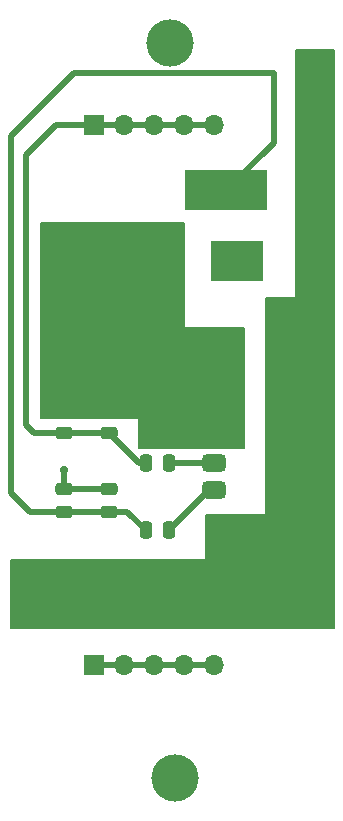
<source format=gbr>
%TF.GenerationSoftware,KiCad,Pcbnew,8.0.5*%
%TF.CreationDate,2024-11-09T04:24:37+05:30*%
%TF.ProjectId,dc_power,64635f70-6f77-4657-922e-6b696361645f,rev?*%
%TF.SameCoordinates,Original*%
%TF.FileFunction,Copper,L1,Top*%
%TF.FilePolarity,Positive*%
%FSLAX46Y46*%
G04 Gerber Fmt 4.6, Leading zero omitted, Abs format (unit mm)*
G04 Created by KiCad (PCBNEW 8.0.5) date 2024-11-09 04:24:37*
%MOMM*%
%LPD*%
G01*
G04 APERTURE LIST*
G04 Aperture macros list*
%AMRoundRect*
0 Rectangle with rounded corners*
0 $1 Rounding radius*
0 $2 $3 $4 $5 $6 $7 $8 $9 X,Y pos of 4 corners*
0 Add a 4 corners polygon primitive as box body*
4,1,4,$2,$3,$4,$5,$6,$7,$8,$9,$2,$3,0*
0 Add four circle primitives for the rounded corners*
1,1,$1+$1,$2,$3*
1,1,$1+$1,$4,$5*
1,1,$1+$1,$6,$7*
1,1,$1+$1,$8,$9*
0 Add four rect primitives between the rounded corners*
20,1,$1+$1,$2,$3,$4,$5,0*
20,1,$1+$1,$4,$5,$6,$7,0*
20,1,$1+$1,$6,$7,$8,$9,0*
20,1,$1+$1,$8,$9,$2,$3,0*%
G04 Aperture macros list end*
%TA.AperFunction,NonConductor*%
%ADD10C,0.200000*%
%TD*%
%TA.AperFunction,Conductor*%
%ADD11C,0.200000*%
%TD*%
%TA.AperFunction,SMDPad,CuDef*%
%ADD12R,4.200000X3.600000*%
%TD*%
%TA.AperFunction,SMDPad,CuDef*%
%ADD13R,4.400000X3.400000*%
%TD*%
%TA.AperFunction,SMDPad,CuDef*%
%ADD14R,7.000000X3.400000*%
%TD*%
%TA.AperFunction,SMDPad,CuDef*%
%ADD15RoundRect,0.375000X-0.625000X-0.375000X0.625000X-0.375000X0.625000X0.375000X-0.625000X0.375000X0*%
%TD*%
%TA.AperFunction,SMDPad,CuDef*%
%ADD16RoundRect,0.500000X-0.500000X-1.400000X0.500000X-1.400000X0.500000X1.400000X-0.500000X1.400000X0*%
%TD*%
%TA.AperFunction,SMDPad,CuDef*%
%ADD17RoundRect,0.250000X0.250000X0.475000X-0.250000X0.475000X-0.250000X-0.475000X0.250000X-0.475000X0*%
%TD*%
%TA.AperFunction,SMDPad,CuDef*%
%ADD18RoundRect,0.250000X-0.250000X-0.475000X0.250000X-0.475000X0.250000X0.475000X-0.250000X0.475000X0*%
%TD*%
%TA.AperFunction,SMDPad,CuDef*%
%ADD19RoundRect,0.250000X0.475000X-0.250000X0.475000X0.250000X-0.475000X0.250000X-0.475000X-0.250000X0*%
%TD*%
%TA.AperFunction,ComponentPad*%
%ADD20R,1.700000X1.700000*%
%TD*%
%TA.AperFunction,ComponentPad*%
%ADD21O,1.700000X1.700000*%
%TD*%
%TA.AperFunction,ViaPad*%
%ADD22C,0.700000*%
%TD*%
%TA.AperFunction,ViaPad*%
%ADD23C,4.000000*%
%TD*%
%TA.AperFunction,Conductor*%
%ADD24C,0.500000*%
%TD*%
G04 APERTURE END LIST*
D10*
X76200000Y-93345000D02*
X48895000Y-93345000D01*
X48895000Y-87630000D01*
X65405000Y-87630000D01*
X65405000Y-83820000D01*
X70485000Y-83820000D01*
X70485000Y-65405000D01*
X73025000Y-65405000D01*
X73025000Y-44450000D01*
X76200000Y-44450000D01*
X76200000Y-93345000D01*
%TA.AperFunction,NonConductor*%
G36*
X76200000Y-93345000D02*
G01*
X48895000Y-93345000D01*
X48895000Y-87630000D01*
X65405000Y-87630000D01*
X65405000Y-83820000D01*
X70485000Y-83820000D01*
X70485000Y-65405000D01*
X73025000Y-65405000D01*
X73025000Y-44450000D01*
X76200000Y-44450000D01*
X76200000Y-93345000D01*
G37*
%TD.AperFunction*%
D11*
%TO.N,GND*%
X63500000Y-67945000D02*
X68580000Y-67945000D01*
X68580000Y-78105000D01*
X59690000Y-78105000D01*
X59690000Y-75565000D01*
X51435000Y-75565000D01*
X51435000Y-59055000D01*
X63500000Y-59055000D01*
X63500000Y-67945000D01*
%TA.AperFunction,Conductor*%
G36*
X63500000Y-67945000D02*
G01*
X68580000Y-67945000D01*
X68580000Y-78105000D01*
X59690000Y-78105000D01*
X59690000Y-75565000D01*
X51435000Y-75565000D01*
X51435000Y-59055000D01*
X63500000Y-59055000D01*
X63500000Y-67945000D01*
G37*
%TD.AperFunction*%
%TD*%
D12*
%TO.P,J1,1*%
%TO.N,GND*%
X60950000Y-67650000D03*
D13*
%TO.P,J1,2*%
%TO.N,unconnected-(J1-Pad2)*%
X68040000Y-62330000D03*
D14*
%TO.P,J1,3*%
%TO.N,Net-(C1-Pad1)*%
X67120000Y-56280000D03*
%TD*%
D15*
%TO.P,U1,1,GND*%
%TO.N,GND*%
X66090000Y-77075000D03*
%TO.P,U1,2,VO*%
%TO.N,Net-(U1-VO)*%
X66090000Y-79375000D03*
%TO.P,U1,3,VI*%
%TO.N,Net-(U1-VI)*%
X66090000Y-81675000D03*
D16*
%TO.P,U1,4*%
%TO.N,N/C*%
X72390000Y-79375000D03*
%TD*%
D17*
%TO.P,FB2,1*%
%TO.N,Net-(U1-VO)*%
X62230000Y-79375000D03*
%TO.P,FB2,2*%
%TO.N,+5V*%
X60330000Y-79375000D03*
%TD*%
D18*
%TO.P,FB1,1*%
%TO.N,Net-(C1-Pad1)*%
X60330000Y-85090000D03*
%TO.P,FB1,2*%
%TO.N,Net-(U1-VI)*%
X62230000Y-85090000D03*
%TD*%
D19*
%TO.P,C4,1*%
%TO.N,+5V*%
X53340000Y-76830000D03*
%TO.P,C4,2*%
%TO.N,GND*%
X53340000Y-74930000D03*
%TD*%
%TO.P,C3,1*%
%TO.N,+5V*%
X57150000Y-76830000D03*
%TO.P,C3,2*%
%TO.N,GND*%
X57150000Y-74930000D03*
%TD*%
%TO.P,C2,1*%
%TO.N,Net-(C1-Pad1)*%
X53340000Y-83500000D03*
%TO.P,C2,2*%
%TO.N,GND*%
X53340000Y-81600000D03*
%TD*%
%TO.P,C1,1*%
%TO.N,Net-(C1-Pad1)*%
X57150000Y-83500000D03*
%TO.P,C1,2*%
%TO.N,GND*%
X57150000Y-81600000D03*
%TD*%
D20*
%TO.P,GND1,1,Pin_1*%
%TO.N,GND*%
X55880000Y-96520000D03*
D21*
%TO.P,GND1,2,Pin_2*%
X58420000Y-96520000D03*
%TO.P,GND1,3,Pin_3*%
X60960000Y-96520000D03*
%TO.P,GND1,4,Pin_4*%
X63500000Y-96520000D03*
%TO.P,GND1,5,Pin_5*%
X66040000Y-96520000D03*
%TD*%
D20*
%TO.P,5V1,1,Pin_1*%
%TO.N,+5V*%
X55880000Y-50800000D03*
D21*
%TO.P,5V1,2,Pin_2*%
X58420000Y-50800000D03*
%TO.P,5V1,3,Pin_3*%
X60960000Y-50800000D03*
%TO.P,5V1,4,Pin_4*%
X63500000Y-50800000D03*
%TO.P,5V1,5,Pin_5*%
X66040000Y-50800000D03*
%TD*%
D22*
%TO.N,GND*%
X60960000Y-74930000D03*
X64770000Y-74930000D03*
X62865000Y-74930000D03*
X66675000Y-74930000D03*
X66675000Y-69215000D03*
X57150000Y-69215000D03*
X55245000Y-69215000D03*
X53340000Y-69215000D03*
X64770000Y-69215000D03*
X60960000Y-71120000D03*
X57150000Y-71120000D03*
X55245000Y-71120000D03*
X53340000Y-71120000D03*
X64770000Y-71120000D03*
X62865000Y-71120000D03*
X59055000Y-71120000D03*
X66675000Y-71120000D03*
X66675000Y-73025000D03*
X64770000Y-73025000D03*
X62865000Y-73025000D03*
X60960000Y-73025000D03*
X59055000Y-73025000D03*
X57150000Y-73025000D03*
X55245000Y-73025000D03*
X53340000Y-73025000D03*
X53340000Y-80010000D03*
D23*
%TO.N,*%
X62784908Y-106045000D03*
X62377580Y-43815000D03*
%TD*%
D24*
%TO.N,GND*%
X53340000Y-81600000D02*
X53340000Y-80010000D01*
X65945000Y-76930000D02*
X66090000Y-77075000D01*
%TO.N,+5V*%
X55880000Y-50800000D02*
X52705000Y-50800000D01*
X52705000Y-50800000D02*
X50165000Y-53340000D01*
X50165000Y-76200000D02*
X50800000Y-76835000D01*
X50165000Y-53340000D02*
X50165000Y-76200000D01*
X50800000Y-76835000D02*
X50805000Y-76830000D01*
X50805000Y-76830000D02*
X53340000Y-76830000D01*
%TO.N,GND*%
X63740000Y-77075000D02*
X61595000Y-74930000D01*
X66090000Y-77075000D02*
X63740000Y-77075000D01*
X61595000Y-74930000D02*
X57150000Y-74930000D01*
%TO.N,Net-(U1-VO)*%
X62230000Y-79375000D02*
X66090000Y-79375000D01*
%TO.N,+5V*%
X60330000Y-79375000D02*
X59695000Y-79375000D01*
X59695000Y-79375000D02*
X57150000Y-76830000D01*
%TO.N,Net-(U1-VI)*%
X66090000Y-81675000D02*
X65645000Y-81675000D01*
X65645000Y-81675000D02*
X62230000Y-85090000D01*
%TO.N,Net-(C1-Pad1)*%
X57150000Y-83500000D02*
X58740000Y-83500000D01*
X58740000Y-83500000D02*
X60330000Y-85090000D01*
X57150000Y-83500000D02*
X53340000Y-83500000D01*
%TO.N,GND*%
X57150000Y-81600000D02*
X53340000Y-81600000D01*
%TO.N,+5V*%
X57150000Y-76830000D02*
X53340000Y-76830000D01*
%TO.N,GND*%
X57150000Y-74930000D02*
X53340000Y-74930000D01*
X55880000Y-96520000D02*
X66040000Y-96520000D01*
%TO.N,+5V*%
X55880000Y-50800000D02*
X66040000Y-50800000D01*
%TO.N,Net-(C1-Pad1)*%
X71120000Y-52280000D02*
X71120000Y-46355000D01*
X71120000Y-46355000D02*
X54229000Y-46355000D01*
X48895000Y-51689000D02*
X48895000Y-81915000D01*
X67120000Y-56280000D02*
X71120000Y-52280000D01*
X54229000Y-46355000D02*
X48895000Y-51689000D01*
X48895000Y-81915000D02*
X50480000Y-83500000D01*
X50480000Y-83500000D02*
X53340000Y-83500000D01*
%TD*%
M02*

</source>
